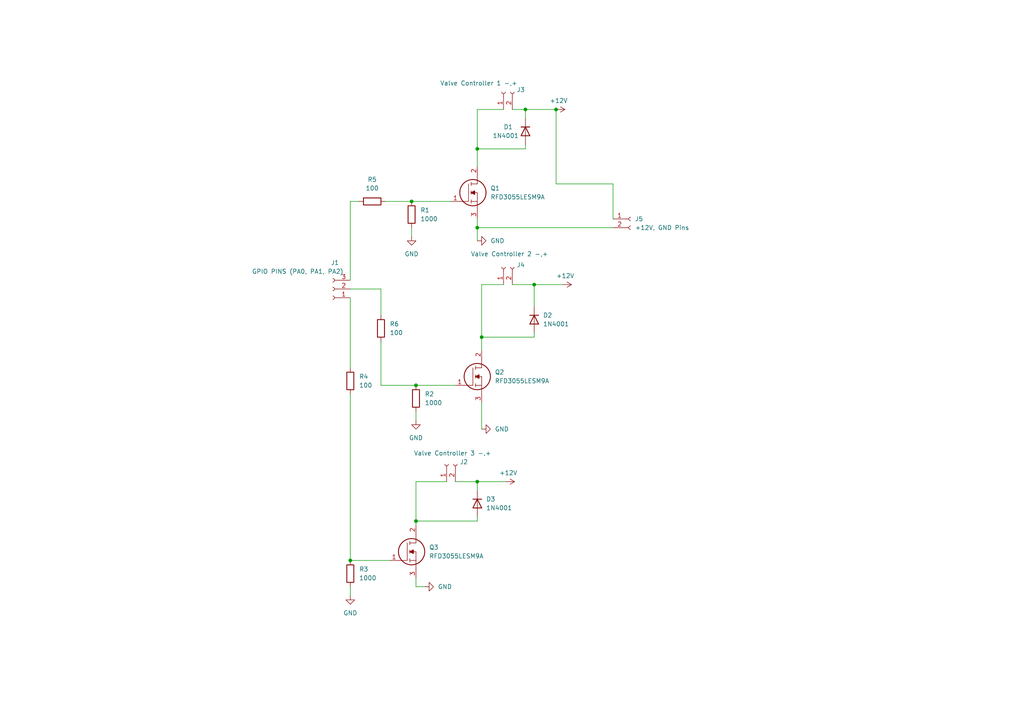
<source format=kicad_sch>
(kicad_sch (version 20211123) (generator eeschema)
  (paper "A4")
  (lib_symbols
    (symbol "Connector:Conn_01x02_Female" (pin_names (offset 1.016) hide)
      (property "Reference" "J" (at 0 2.54 0))
      (property "Value" "Conn_01x02_Female" (at 0 -5.08 0))
      (symbol "Conn_01x02_Female_1_1"
        (arc (start 0 -2.032) (mid -0.508 -2.54) (end 0 -3.048) (stroke (width 0.1524)))
        (polyline (pts (xy -1.27 -2.54) (xy -0.508 -2.54)) (stroke (width 0.1524)))
        (polyline (pts (xy -1.27 0) (xy -0.508 0)) (stroke (width 0.1524)))
        (arc (start 0 0.508) (mid -0.508 0) (end 0 -0.508) (stroke (width 0.1524)))
        (pin passive line (at -5.08 0 0) (length 3.81) (name "Pin_1") (number "1"))
        (pin passive line (at -5.08 -2.54 0) (length 3.81) (name "Pin_2") (number "2"))
      )
    )
    (symbol "Connector:Conn_01x03_Female" (pin_names (offset 1.016) hide)
      (property "Reference" "J" (at 0 5.08 0))
      (property "Value" "Conn_01x03_Female" (at 0 -5.08 0))
      (symbol "Conn_01x03_Female_1_1"
        (arc (start 0 -2.032) (mid -0.508 -2.54) (end 0 -3.048) (stroke (width 0.1524)))
        (polyline (pts (xy -1.27 -2.54) (xy -0.508 -2.54)) (stroke (width 0.1524)))
        (polyline (pts (xy -1.27 0) (xy -0.508 0)) (stroke (width 0.1524)))
        (polyline (pts (xy -1.27 2.54) (xy -0.508 2.54)) (stroke (width 0.1524)))
        (arc (start 0 0.508) (mid -0.508 0) (end 0 -0.508) (stroke (width 0.1524)))
        (arc (start 0 3.048) (mid -0.508 2.54) (end 0 2.032) (stroke (width 0.1524)))
        (pin passive line (at -5.08 2.54 0) (length 3.81) (name "Pin_1") (number "1"))
        (pin passive line (at -5.08 0 0) (length 3.81) (name "Pin_2") (number "2"))
        (pin passive line (at -5.08 -2.54 0) (length 3.81) (name "Pin_3") (number "3"))
      )
    )
    (symbol "Device:R" (pin_numbers hide) (pin_names (offset 0))
      (property "Reference" "R" (at 2.032 0 90))
      (property "Value" "R" (at 0 0 90))
      (symbol "R_0_1"
        (rectangle (start -1.016 -2.54) (end 1.016 2.54) (stroke (width 0.254)))
      )
      (symbol "R_1_1"
        (pin passive line (at 0 3.81 270) (length 1.27) (name "~") (number "1"))
        (pin passive line (at 0 -3.81 90) (length 1.27) (name "~") (number "2"))
      )
    )
    (symbol "Diode:1N4001" (pin_numbers hide) (pin_names (offset 1.016) hide)
      (property "Reference" "D" (at 0 2.54 0))
      (property "Value" "1N4001" (at 0 -2.54 0))
      (symbol "1N4001_0_1"
        (polyline (pts (xy -1.27 1.27) (xy -1.27 -1.27)) (stroke (width 0.254)))
        (polyline (pts (xy 1.27 0) (xy -1.27 0)))
        (polyline (pts (xy 1.27 1.27) (xy 1.27 -1.27) (xy -1.27 0) (xy 1.27 1.27)) (stroke (width 0.254)))
      )
      (symbol "1N4001_1_1"
        (pin passive line (at -3.81 0 0) (length 2.54) (name "K") (number "1"))
        (pin passive line (at 3.81 0 180) (length 2.54) (name "A") (number "2"))
      )
    )
    (symbol "RFD3055LE:RFD3055LESM9A" (pin_names (offset 0.762))
      (property "Reference" "Q" (at 11.43 3.81 0))
      (property "Value" "RFD3055LESM9A" (at 11.43 1.27 0))
      (symbol "RFD3055LESM9A_0_0"
        (pin passive line (at 0 0 0) (length 2.54) (name "~") (number "1"))
        (pin passive line (at 7.62 10.16 270) (length 2.54) (name "~") (number "2"))
        (pin passive line (at 7.62 -5.08 90) (length 2.54) (name "~") (number "3"))
      )
      (symbol "RFD3055LESM9A_0_1"
        (polyline (pts (xy 5.842 -0.508) (xy 5.842 0.508)) (stroke (width 0.1524)))
        (polyline (pts (xy 5.842 0) (xy 7.62 0)) (stroke (width 0.1524)))
        (polyline (pts (xy 5.842 2.032) (xy 5.842 3.048)) (stroke (width 0.1524)))
        (polyline (pts (xy 5.842 5.588) (xy 5.842 4.572)) (stroke (width 0.1524)))
        (polyline (pts (xy 7.62 2.54) (xy 5.842 2.54)) (stroke (width 0.1524)))
        (polyline (pts (xy 7.62 2.54) (xy 7.62 -2.54)) (stroke (width 0.1524)))
        (polyline (pts (xy 7.62 5.08) (xy 5.842 5.08)) (stroke (width 0.1524)))
        (polyline (pts (xy 7.62 5.08) (xy 7.62 7.62)) (stroke (width 0.1524)))
        (polyline (pts (xy 2.54 0) (xy 5.08 0) (xy 5.08 5.08)) (stroke (width 0.1524)))
        (polyline (pts (xy 5.842 2.54) (xy 6.858 3.048) (xy 6.858 2.032) (xy 5.842 2.54)) (stroke (width 0.254)) (fill (type outline)))
        (circle (center 6.35 2.54) (radius 3.81) (stroke (width 0.254)))
      )
    )
    (symbol "power:+12V" (power) (pin_names (offset 0))
      (property "Value" "+12V" (at 0 3.556 0))
      (symbol "+12V_0_1"
        (polyline (pts (xy -0.762 1.27) (xy 0 2.54)))
        (polyline (pts (xy 0 0) (xy 0 2.54)))
        (polyline (pts (xy 0 2.54) (xy 0.762 1.27)))
      )
      (symbol "+12V_1_1"
        (pin power_in line (at 0 0 90) (length 0) hide (name "+12V") (number "1"))
      )
    )
    (symbol "power:GND" (power) (pin_names (offset 0))
      (property "Value" "GND" (at 0 -3.81 0))
      (symbol "GND_0_1"
        (polyline (pts (xy 0 0) (xy 0 -1.27) (xy 1.27 -1.27) (xy 0 -2.54) (xy -1.27 -1.27) (xy 0 -1.27)))
      )
      (symbol "GND_1_1"
        (pin power_in line (at 0 0 270) (length 0) hide (name "GND") (number "1"))
      )
    )
  )
  (junction (at 152.4 31.75))
  (junction (at 139.7 97.79))
  (junction (at 120.65 151.13))
  (junction (at 120.65 111.76))
  (junction (at 119.38 58.42))
  (junction (at 138.43 66.04))
  (junction (at 161.29 31.75))
  (junction (at 138.43 43.18))
  (junction (at 101.6 162.56))
  (junction (at 154.94 82.55))
  (junction (at 138.43 139.7))
  (wire (pts (xy 138.43 139.7) (xy 146.685 139.7)))
  (wire (pts (xy 138.43 151.13) (xy 120.65 151.13)))
  (wire (pts (xy 101.6 81.28) (xy 101.6 58.42)))
  (wire (pts (xy 101.6 170.18) (xy 101.6 172.72)))
  (wire (pts (xy 138.43 66.04) (xy 138.43 69.85)))
  (wire (pts (xy 120.65 167.64) (xy 120.65 170.18)))
  (wire (pts (xy 119.38 58.42) (xy 130.81 58.42)))
  (wire (pts (xy 129.54 139.7) (xy 120.65 139.7)))
  (wire (pts (xy 139.7 116.84) (xy 139.7 124.46)))
  (wire (pts (xy 154.94 82.55) (xy 154.94 88.9)))
  (wire (pts (xy 101.6 83.82) (xy 110.49 83.82)))
  (wire (pts (xy 120.65 119.38) (xy 120.65 121.92)))
  (wire (pts (xy 120.65 170.18) (xy 123.19 170.18)))
  (wire (pts (xy 138.43 43.18) (xy 138.43 48.26)))
  (wire (pts (xy 110.49 99.06) (xy 110.49 111.76)))
  (wire (pts (xy 139.7 82.55) (xy 139.7 97.79)))
  (wire (pts (xy 161.29 53.34) (xy 177.8 53.34)))
  (wire (pts (xy 152.4 41.91) (xy 152.4 43.18)))
  (wire (pts (xy 138.43 31.75) (xy 138.43 43.18)))
  (wire (pts (xy 120.65 111.76) (xy 132.08 111.76)))
  (wire (pts (xy 139.7 97.79) (xy 154.94 97.79)))
  (wire (pts (xy 132.08 139.7) (xy 138.43 139.7)))
  (wire (pts (xy 111.76 58.42) (xy 119.38 58.42)))
  (wire (pts (xy 152.4 31.75) (xy 161.29 31.75)))
  (wire (pts (xy 101.6 162.56) (xy 113.03 162.56)))
  (wire (pts (xy 120.65 139.7) (xy 120.65 151.13)))
  (wire (pts (xy 154.94 82.55) (xy 163.195 82.55)))
  (wire (pts (xy 138.43 43.18) (xy 152.4 43.18)))
  (wire (pts (xy 154.94 96.52) (xy 154.94 97.79)))
  (wire (pts (xy 146.05 82.55) (xy 139.7 82.55)))
  (wire (pts (xy 148.59 82.55) (xy 154.94 82.55)))
  (wire (pts (xy 177.8 63.5) (xy 177.8 53.34)))
  (wire (pts (xy 110.49 111.76) (xy 120.65 111.76)))
  (wire (pts (xy 110.49 83.82) (xy 110.49 91.44)))
  (wire (pts (xy 101.6 58.42) (xy 104.14 58.42)))
  (wire (pts (xy 152.4 31.75) (xy 152.4 34.29)))
  (wire (pts (xy 138.43 63.5) (xy 138.43 66.04)))
  (wire (pts (xy 119.38 66.04) (xy 119.38 68.58)))
  (wire (pts (xy 138.43 149.86) (xy 138.43 151.13)))
  (wire (pts (xy 139.7 97.79) (xy 139.7 101.6)))
  (wire (pts (xy 120.65 151.13) (xy 120.65 152.4)))
  (wire (pts (xy 148.59 31.75) (xy 152.4 31.75)))
  (wire (pts (xy 101.6 114.3) (xy 101.6 162.56)))
  (wire (pts (xy 177.8 66.04) (xy 138.43 66.04)))
  (wire (pts (xy 138.43 31.75) (xy 146.05 31.75)))
  (wire (pts (xy 138.43 139.7) (xy 138.43 142.24)))
  (wire (pts (xy 161.29 53.34) (xy 161.29 31.75)))
  (wire (pts (xy 101.6 86.36) (xy 101.6 106.68)))
  (symbol (lib_id "Device:R") (at 107.95 58.42 90) (unit 1)
    (property "Reference" "R5" (at 107.95 52.07 90))
    (property "Value" "100" (at 107.95 54.61 90))
    (property "Footprint" "Resistor_THT:R_Axial_DIN0204_L3.6mm_D1.6mm_P1.90mm_Vertical" (effects hide))
  )
  (symbol (lib_id "Diode:1N4001") (at 138.43 146.05 270) (unit 1)
    (property "Reference" "D3" (at 140.97 144.7799 90) (effects (justify left)))
    (property "Value" "1N4001" (at 140.97 147.3199 90) (effects (justify left)))
    (property "Footprint" "Diode_THT:D_DO-41_SOD81_P10.16mm_Horizontal" (effects hide))
    (property "Datasheet" "http://www.vishay.com/docs/88503/1n4001.pdf" (effects hide))
  )
  (symbol (lib_id "power:GND") (at 101.6 172.72 0) (unit 1)
    (property "Reference" "#PWR0101" (effects hide))
    (property "Value" "GND" (at 101.6 177.8 0))
  )
  (symbol (lib_id "power:GND") (at 119.38 68.58 0) (unit 1)
    (property "Reference" "#PWR0105" (effects hide))
    (property "Value" "GND" (at 119.38 73.66 0))
  )
  (symbol (lib_id "power:GND") (at 123.19 170.18 90) (unit 1)
    (property "Reference" "#PWR0104" (effects hide))
    (property "Value" "GND" (at 127 170.1799 90) (effects (justify right)))
  )
  (symbol (lib_id "Device:R") (at 110.49 95.25 0) (unit 1)
    (property "Reference" "R6" (at 113.03 93.9799 0) (effects (justify left)))
    (property "Value" "100" (at 113.03 96.5199 0) (effects (justify left)))
    (property "Footprint" "Resistor_THT:R_Axial_DIN0204_L3.6mm_D1.6mm_P1.90mm_Vertical" (effects hide))
  )
  (symbol (lib_id "Connector:Conn_01x03_Female") (at 96.52 83.82 180) (unit 1)
    (property "Reference" "J1" (at 97.155 76.2 0))
    (property "Value" "GPIO PINS (PA0, PA1, PA2)" (at 86.36 78.74 0))
    (property "Footprint" "Connector_Phoenix_MC:PhoenixContact_MCV_1,5_3-G-3.81_1x03_P3.81mm_Vertical" (effects hide))
  )
  (symbol (lib_id "power:GND") (at 120.65 121.92 0) (unit 1)
    (property "Reference" "#PWR0103" (effects hide))
    (property "Value" "GND" (at 120.65 127 0))
  )
  (symbol (lib_id "RFD3055LE:RFD3055LESM9A") (at 130.81 58.42 0) (unit 1)
    (property "Reference" "Q1" (at 142.24 54.6099 0) (effects (justify left)))
    (property "Value" "RFD3055LESM9A" (at 142.24 57.1499 0) (effects (justify left)))
    (property "Footprint" "RFD3055LE:FQD1N80TM" (effects hide))
    (property "Datasheet" "http://www.onsemi.com/pub/Collateral/RFD3055LESM-D.pdf" (effects hide))
    (property "Description" "MOSFET, Fairchild, RFD3055LESM9A" (effects hide))
    (property "Height" "2.39" (effects hide))
    (property "Mouser Part Number" "512-RFD3055LESM9A" (effects hide))
    (property "Mouser Price/Stock" "https://www.mouser.co.uk/ProductDetail/ON-Semiconductor-Fairchild/RFD3055LESM9A?qs=cnIeywgme7Z76wawIlx3bQ%3D%3D" (effects hide))
    (property "Manufacturer_Name" "ON Semiconductor" (effects hide))
    (property "Manufacturer_Part_Number" "RFD3055LESM9A" (effects hide))
  )
  (symbol (lib_id "power:+12V") (at 146.685 139.7 270) (unit 1)
    (property "Reference" "#PWR0107" (effects hide))
    (property "Value" "+12V" (at 144.78 137.16 90) (effects (justify left)))
  )
  (symbol (lib_id "power:+12V") (at 163.195 82.55 270) (unit 1)
    (property "Reference" "#PWR0109" (effects hide))
    (property "Value" "+12V" (at 161.29 80.01 90) (effects (justify left)))
  )
  (symbol (lib_id "power:GND") (at 139.7 124.46 90) (unit 1)
    (property "Reference" "#PWR0102" (effects hide))
    (property "Value" "GND" (at 143.51 124.4599 90) (effects (justify right)))
  )
  (symbol (lib_id "Diode:1N4001") (at 154.94 92.71 270) (unit 1)
    (property "Reference" "D2" (at 157.48 91.4399 90) (effects (justify left)))
    (property "Value" "1N4001" (at 157.48 93.9799 90) (effects (justify left)))
    (property "Footprint" "Diode_THT:D_DO-41_SOD81_P10.16mm_Horizontal" (effects hide))
    (property "Datasheet" "http://www.vishay.com/docs/88503/1n4001.pdf" (effects hide))
  )
  (symbol (lib_id "RFD3055LE:RFD3055LESM9A") (at 132.08 111.76 0) (unit 1)
    (property "Reference" "Q2" (at 143.51 107.9499 0) (effects (justify left)))
    (property "Value" "RFD3055LESM9A" (at 143.51 110.4899 0) (effects (justify left)))
    (property "Footprint" "RFD3055LE:FQD1N80TM" (effects hide))
    (property "Datasheet" "http://www.onsemi.com/pub/Collateral/RFD3055LESM-D.pdf" (effects hide))
    (property "Description" "MOSFET, Fairchild, RFD3055LESM9A" (effects hide))
    (property "Height" "2.39" (effects hide))
    (property "Mouser Part Number" "512-RFD3055LESM9A" (effects hide))
    (property "Mouser Price/Stock" "https://www.mouser.co.uk/ProductDetail/ON-Semiconductor-Fairchild/RFD3055LESM9A?qs=cnIeywgme7Z76wawIlx3bQ%3D%3D" (effects hide))
    (property "Manufacturer_Name" "ON Semiconductor" (effects hide))
    (property "Manufacturer_Part_Number" "RFD3055LESM9A" (effects hide))
  )
  (symbol (lib_id "Device:R") (at 101.6 166.37 0) (unit 1)
    (property "Reference" "R3" (at 104.14 165.0999 0) (effects (justify left)))
    (property "Value" "1000" (at 104.14 167.6399 0) (effects (justify left)))
    (property "Footprint" "Resistor_THT:R_Axial_DIN0204_L3.6mm_D1.6mm_P1.90mm_Vertical" (effects hide))
  )
  (symbol (lib_id "Connector:Conn_01x02_Female") (at 146.05 26.67 90) (unit 1)
    (property "Reference" "J3" (at 149.86 26.0349 90) (effects (justify right)))
    (property "Value" "Valve Controller 1 -,+" (at 127.635 24.13 90) (effects (justify right)))
    (property "Footprint" "Connector_Phoenix_MC:PhoenixContact_MCV_1,5_2-G-3.81_1x02_P3.81mm_Vertical" (effects hide))
  )
  (symbol (lib_id "power:GND") (at 138.43 69.85 90) (unit 1)
    (property "Reference" "#PWR0106" (effects hide))
    (property "Value" "GND" (at 142.24 69.8499 90) (effects (justify right)))
  )
  (symbol (lib_id "Device:R") (at 120.65 115.57 0) (unit 1)
    (property "Reference" "R2" (at 123.19 114.2999 0) (effects (justify left)))
    (property "Value" "1000" (at 123.19 116.8399 0) (effects (justify left)))
    (property "Footprint" "Resistor_THT:R_Axial_DIN0204_L3.6mm_D1.6mm_P1.90mm_Vertical" (effects hide))
  )
  (symbol (lib_id "Connector:Conn_01x02_Female") (at 129.54 134.62 90) (unit 1)
    (property "Reference" "J2" (at 133.35 133.9849 90) (effects (justify right)))
    (property "Value" "Valve Controller 3 -,+" (at 120.015 131.445 90) (effects (justify right)))
    (property "Footprint" "Connector_Phoenix_MC:PhoenixContact_MCV_1,5_2-G-3.81_1x02_P3.81mm_Vertical" (effects hide))
  )
  (symbol (lib_id "power:+12V") (at 161.29 31.75 270) (unit 1)
    (property "Reference" "#PWR0108" (effects hide))
    (property "Value" "+12V" (at 159.385 29.21 90) (effects (justify left)))
  )
  (symbol (lib_id "Device:R") (at 101.6 110.49 0) (unit 1)
    (property "Reference" "R4" (at 104.14 109.2199 0) (effects (justify left)))
    (property "Value" "100" (at 104.14 111.7599 0) (effects (justify left)))
    (property "Footprint" "Resistor_THT:R_Axial_DIN0204_L3.6mm_D1.6mm_P1.90mm_Vertical" (effects hide))
  )
  (symbol (lib_id "Connector:Conn_01x02_Female") (at 146.05 77.47 90) (unit 1)
    (property "Reference" "J4" (at 149.86 76.8349 90) (effects (justify right)))
    (property "Value" "Valve Controller 2 -,+" (at 136.525 73.66 90) (effects (justify right)))
    (property "Footprint" "Connector_Phoenix_MC:PhoenixContact_MCV_1,5_2-G-3.81_1x02_P3.81mm_Vertical" (effects hide))
  )
  (symbol (lib_id "Connector:Conn_01x02_Female") (at 182.88 63.5 0) (unit 1)
    (property "Reference" "J5" (at 184.15 63.4999 0) (effects (justify left)))
    (property "Value" "+12V, GND Pins" (at 184.15 66.0399 0) (effects (justify left)))
    (property "Footprint" "Connector_Phoenix_MC:PhoenixContact_MCV_1,5_2-G-3.81_1x02_P3.81mm_Vertical" (effects hide))
  )
  (symbol (lib_id "Device:R") (at 119.38 62.23 0) (unit 1)
    (property "Reference" "R1" (at 121.92 60.9599 0) (effects (justify left)))
    (property "Value" "1000" (at 121.92 63.4999 0) (effects (justify left)))
    (property "Footprint" "Resistor_THT:R_Axial_DIN0204_L3.6mm_D1.6mm_P1.90mm_Vertical" (effects hide))
  )
  (symbol (lib_id "RFD3055LE:RFD3055LESM9A") (at 113.03 162.56 0) (unit 1)
    (property "Reference" "Q3" (at 124.46 158.7499 0) (effects (justify left)))
    (property "Value" "RFD3055LESM9A" (at 124.46 161.2899 0) (effects (justify left)))
    (property "Footprint" "RFD3055LE:FQD1N80TM" (effects hide))
    (property "Datasheet" "http://www.onsemi.com/pub/Collateral/RFD3055LESM-D.pdf" (effects hide))
    (property "Description" "MOSFET, Fairchild, RFD3055LESM9A" (effects hide))
    (property "Height" "2.39" (effects hide))
    (property "Mouser Part Number" "512-RFD3055LESM9A" (effects hide))
    (property "Mouser Price/Stock" "https://www.mouser.co.uk/ProductDetail/ON-Semiconductor-Fairchild/RFD3055LESM9A?qs=cnIeywgme7Z76wawIlx3bQ%3D%3D" (effects hide))
    (property "Manufacturer_Name" "ON Semiconductor" (effects hide))
    (property "Manufacturer_Part_Number" "RFD3055LESM9A" (effects hide))
  )
  (symbol (lib_id "Diode:1N4001") (at 152.4 38.1 270) (unit 1)
    (property "Reference" "D1" (at 146.05 36.83 90) (effects (justify left)))
    (property "Value" "1N4001" (at 142.875 39.37 90) (effects (justify left)))
    (property "Footprint" "Diode_THT:D_DO-41_SOD81_P10.16mm_Horizontal" (effects hide))
    (property "Datasheet" "http://www.vishay.com/docs/88503/1n4001.pdf" (effects hide))
  )
)
</source>
